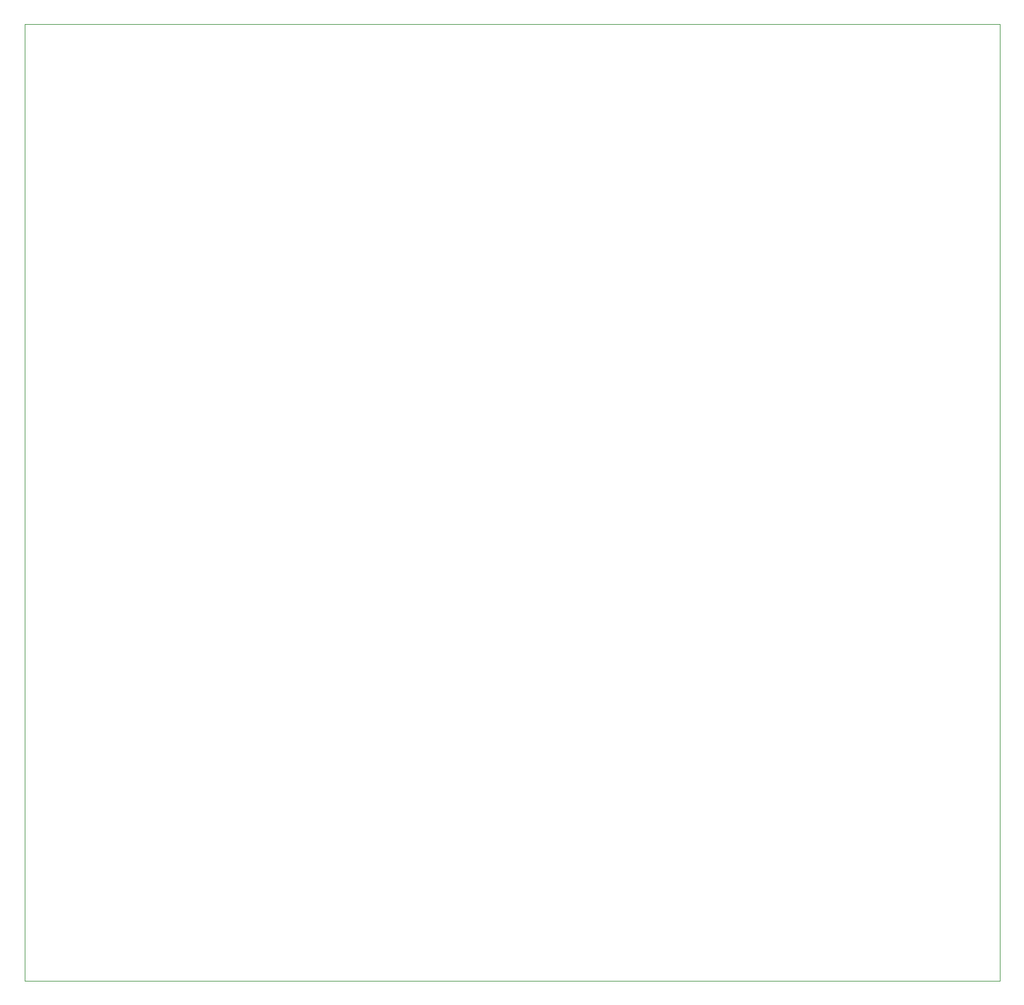
<source format=gbr>
%TF.GenerationSoftware,KiCad,Pcbnew,(6.0.0-0)*%
%TF.CreationDate,2022-01-18T19:17:43-05:00*%
%TF.ProjectId,ALU-Backplane,414c552d-4261-4636-9b70-6c616e652e6b,rev?*%
%TF.SameCoordinates,Original*%
%TF.FileFunction,Profile,NP*%
%FSLAX46Y46*%
G04 Gerber Fmt 4.6, Leading zero omitted, Abs format (unit mm)*
G04 Created by KiCad (PCBNEW (6.0.0-0)) date 2022-01-18 19:17:43*
%MOMM*%
%LPD*%
G01*
G04 APERTURE LIST*
%TA.AperFunction,Profile*%
%ADD10C,0.050000*%
%TD*%
G04 APERTURE END LIST*
D10*
X212700000Y-27650000D02*
X79275000Y-27650000D01*
X79275000Y-27650000D02*
X79275000Y-158625000D01*
X79275000Y-158625000D02*
X212700000Y-158625000D01*
X212700000Y-158625000D02*
X212700000Y-27650000D01*
M02*

</source>
